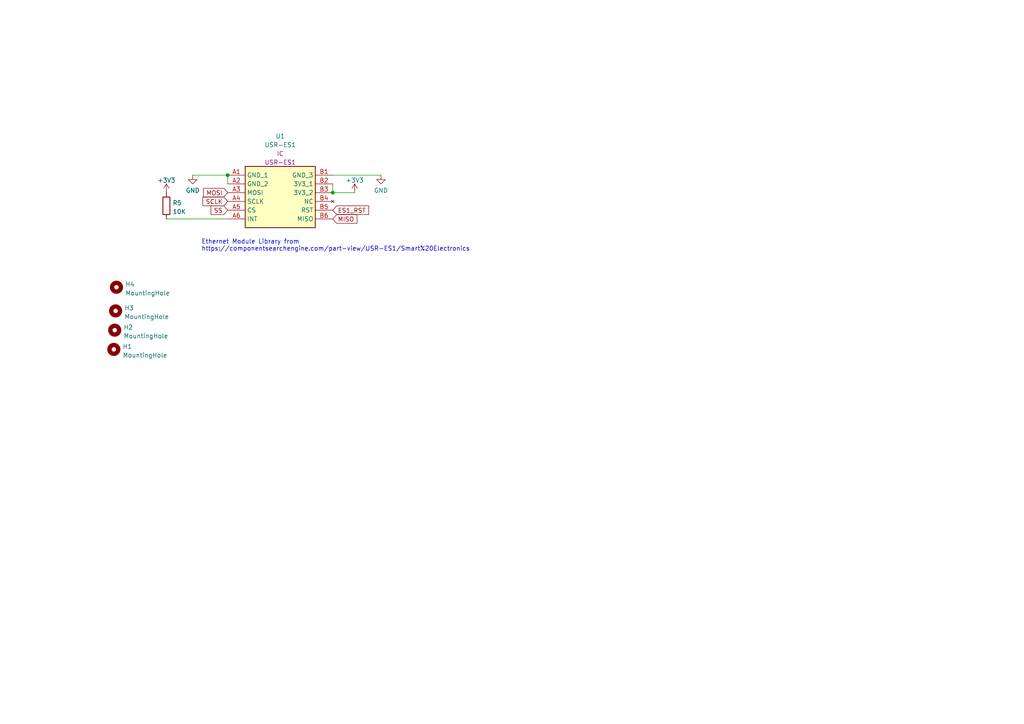
<source format=kicad_sch>
(kicad_sch (version 20211123) (generator eeschema)
  (paper "A4")
  (lib_symbols
    (symbol "Device:R" (pin_numbers hide) (pin_names (offset 0))
      (property "Reference" "R" (at 2.032 0 90))
      (property "Value" "R" (at 0 0 90))
      (symbol "R_0_1"
        (rectangle (start -1.016 -2.54) (end 1.016 2.54) (stroke (width 0.254)))
      )
      (symbol "R_1_1"
        (pin passive line (at 0 3.81 270) (length 1.27) (name "~") (number "1"))
        (pin passive line (at 0 -3.81 90) (length 1.27) (name "~") (number "2"))
      )
    )
    (symbol "Mechanical:MountingHole" (pin_names (offset 1.016))
      (property "Reference" "H" (at 0 5.08 0))
      (property "Value" "MountingHole" (at 0 3.175 0))
      (symbol "MountingHole_0_1"
        (circle (center 0 0) (radius 1.27) (stroke (width 1.27)))
      )
    )
    (symbol "USR-ES1:USR-ES1"
      (property "Value" "USR-ES1" (at 0 0 0))
      (property "Reference_1" "IC" (at 26.67 7.62 0))
      (property "Value_1" "USR-ES1" (at 26.67 5.08 0))
      (symbol "USR-ES1_1_1"
        (rectangle (start 5.08 2.54) (end 25.4 -15.24) (stroke (width 0.254)) (fill (type background)))
        (pin passive line (at 0 0 0) (length 5.08) (name "GND_1") (number "A1"))
        (pin passive line (at 0 -2.54 0) (length 5.08) (name "GND_2") (number "A2"))
        (pin passive line (at 0 -5.08 0) (length 5.08) (name "MOSI") (number "A3"))
        (pin passive line (at 0 -7.62 0) (length 5.08) (name "SCLK") (number "A4"))
        (pin passive line (at 0 -10.16 0) (length 5.08) (name "CS") (number "A5"))
        (pin passive line (at 0 -12.7 0) (length 5.08) (name "INT") (number "A6"))
        (pin passive line (at 30.48 0 180) (length 5.08) (name "GND_3") (number "B1"))
        (pin passive line (at 30.48 -2.54 180) (length 5.08) (name "3V3_1") (number "B2"))
        (pin passive line (at 30.48 -5.08 180) (length 5.08) (name "3V3_2") (number "B3"))
        (pin no_connect line (at 30.48 -7.62 180) (length 5.08) (name "NC") (number "B4"))
        (pin passive line (at 30.48 -10.16 180) (length 5.08) (name "RST") (number "B5"))
        (pin passive line (at 30.48 -12.7 180) (length 5.08) (name "MISO") (number "B6"))
      )
    )
    (symbol "power:+3V3" (power) (pin_names (offset 0))
      (property "Value" "+3V3" (at 0 3.556 0))
      (symbol "+3V3_0_1"
        (polyline (pts (xy -0.762 1.27) (xy 0 2.54)))
        (polyline (pts (xy 0 0) (xy 0 2.54)))
        (polyline (pts (xy 0 2.54) (xy 0.762 1.27)))
      )
      (symbol "+3V3_1_1"
        (pin power_in line (at 0 0 90) (length 0) hide (name "+3V3") (number "1"))
      )
    )
    (symbol "power:GND" (power) (pin_names (offset 0))
      (property "Value" "GND" (at 0 -3.81 0))
      (symbol "GND_0_1"
        (polyline (pts (xy 0 0) (xy 0 -1.27) (xy 1.27 -1.27) (xy 0 -2.54) (xy -1.27 -1.27) (xy 0 -1.27)))
      )
      (symbol "GND_1_1"
        (pin power_in line (at 0 0 270) (length 0) hide (name "GND") (number "1"))
      )
    )
  )
  (junction (at 66.04 50.8))
  (junction (at 96.52 55.88))
  (wire (pts (xy 96.52 50.8) (xy 110.49 50.8)))
  (wire (pts (xy 66.04 50.8) (xy 66.04 53.34)))
  (wire (pts (xy 96.52 55.88) (xy 102.87 55.88)))
  (wire (pts (xy 96.52 53.34) (xy 96.52 55.88)))
  (wire (pts (xy 55.88 50.8) (xy 66.04 50.8)))
  (wire (pts (xy 48.26 63.5) (xy 66.04 63.5)))
  (text "Ethernet Module Library from \nhttps://componentsearchengine.com/part-view/USR-ES1/Smart%20Electronics" (at 58.42 73.025 0) (effects (font (size 1.27 1.27)) (justify left bottom)))
  (global_label "MOSI" (shape input) (at 66.04 55.88 180) (property "Intersheet References" "${INTERSHEET_REFS}" (effects hide)))
  (global_label "MISO" (shape input) (at 96.52 63.5 0) (property "Intersheet References" "${INTERSHEET_REFS}" (effects hide)))
  (global_label "SS" (shape input) (at 66.04 60.96 180) (property "Intersheet References" "${INTERSHEET_REFS}" (effects hide)))
  (global_label "SCLK" (shape input) (at 66.04 58.42 180) (property "Intersheet References" "${INTERSHEET_REFS}" (effects hide)))
  (global_label "ES1_RST" (shape input) (at 96.52 60.96 0) (property "Intersheet References" "${INTERSHEET_REFS}" (effects hide)))
  (symbol (lib_id "Device:R") (at 48.26 59.69 0) (unit 1)
    (property "Reference" "R5" (at 50.038 58.8553 0) (effects (justify left)))
    (property "Value" "10K" (at 50.038 61.3922 0) (effects (justify left)))
    (property "Footprint" "Resistor_THT:R_Axial_DIN0204_L3.6mm_D1.6mm_P2.54mm_Vertical" (effects hide))
  )
  (symbol (lib_id "Mechanical:MountingHole") (at 33.782 83.312 0) (unit 1)
    (property "Reference" "H4" (at 36.322 82.4773 0) (effects (justify left)))
    (property "Value" "MountingHole" (at 36.322 85.0142 0) (effects (justify left)))
    (property "Footprint" "Arduino_MountingHole:MountingHole_3.2mm" (effects hide))
  )
  (symbol (lib_id "power:+3V3") (at 102.87 55.88 0) (unit 1)
    (property "Reference" "#PWR042" (effects hide))
    (property "Value" "+3V3" (at 102.87 52.3042 0))
  )
  (symbol (lib_id "power:+3V3") (at 48.26 55.88 0) (unit 1)
    (property "Reference" "#PWR040" (effects hide))
    (property "Value" "+3V3" (at 48.26 52.3042 0))
  )
  (symbol (lib_id "power:GND") (at 110.49 50.8 0) (unit 1)
    (property "Reference" "#PWR043" (effects hide))
    (property "Value" "GND" (at 110.49 55.2434 0))
  )
  (symbol (lib_id "power:GND") (at 55.88 50.8 0) (unit 1)
    (property "Reference" "#PWR041" (effects hide))
    (property "Value" "GND" (at 55.88 55.2434 0))
  )
  (symbol (lib_id "Mechanical:MountingHole") (at 33.02 101.346 0) (unit 1)
    (property "Reference" "H1" (at 35.56 100.5113 0) (effects (justify left)))
    (property "Value" "MountingHole" (at 35.56 103.0482 0) (effects (justify left)))
    (property "Footprint" "Arduino_MountingHole:MountingHole_3.2mm" (effects hide))
  )
  (symbol (lib_id "USR-ES1:USR-ES1") (at 66.04 50.8 0) (unit 1)
    (property "Reference" "U1" (at 81.28 39.4864 0))
    (property "Value" "USR-ES1" (at 81.28 42.0233 0))
    (property "Footprint" "USR-ES1:USRES1" (effects hide))
    (property "Reference_1" "IC" (at 81.28 44.5602 0))
    (property "Value_1" "USR-ES1" (at 81.28 47.0971 0))
    (property "Footprint_1" "USRES1" (effects hide))
    (property "Datasheet_1" "https://www.aliexpress.com/item/Free-Shipping-USR-ES1-W5500-Chip-New-SPI-to-LAN-Ethernet-Converter-TCP-IP-Mod/32714438223.html?spm=a2g0s.9042311.0.0.27424c4dBBEz2G" (effects hide))
    (property "Height" "3" (effects hide))
    (property "Manufacturer_Name" "Smart Electronics" (effects hide))
    (property "Manufacturer_Part_Number" "USR-ES1" (effects hide))
  )
  (symbol (lib_id "Mechanical:MountingHole") (at 33.528 90.17 0) (unit 1)
    (property "Reference" "H3" (at 36.068 89.3353 0) (effects (justify left)))
    (property "Value" "MountingHole" (at 36.068 91.8722 0) (effects (justify left)))
    (property "Footprint" "Arduino_MountingHole:MountingHole_3.2mm" (effects hide))
  )
  (symbol (lib_id "Mechanical:MountingHole") (at 33.274 95.758 0) (unit 1)
    (property "Reference" "H2" (at 35.814 94.9233 0) (effects (justify left)))
    (property "Value" "MountingHole" (at 35.814 97.4602 0) (effects (justify left)))
    (property "Footprint" "Arduino_MountingHole:MountingHole_3.2mm" (effects hide))
  )
)
</source>
